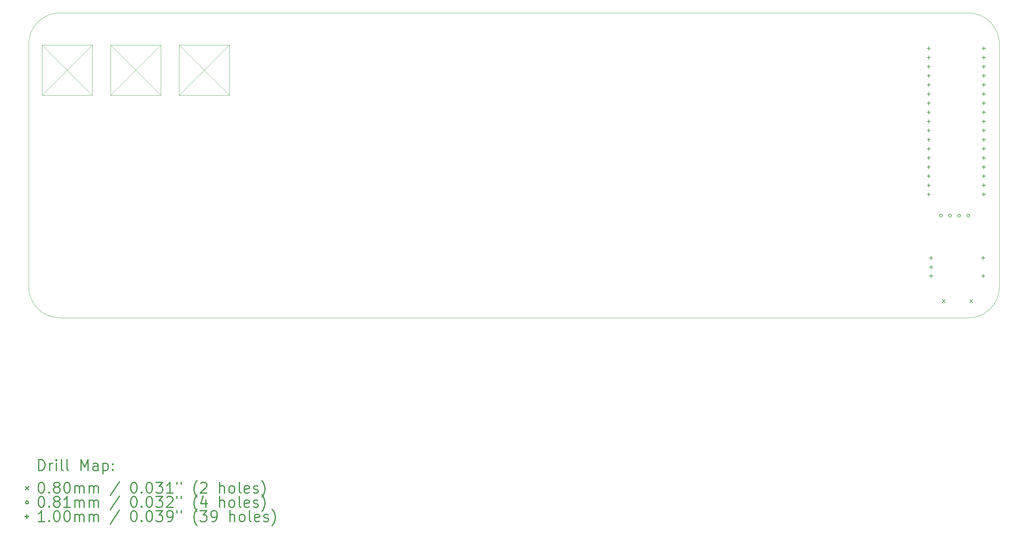
<source format=gbr>
%FSLAX45Y45*%
G04 Gerber Fmt 4.5, Leading zero omitted, Abs format (unit mm)*
G04 Created by KiCad (PCBNEW (5.1.5)-3) date 2021-12-21 21:47:54*
%MOMM*%
%LPD*%
G04 APERTURE LIST*
%TA.AperFunction,Profile*%
%ADD10C,0.050000*%
%TD*%
%ADD11C,0.200000*%
%ADD12C,0.300000*%
G04 APERTURE END LIST*
D10*
X5499099Y-4624731D02*
X6899099Y-4624731D01*
X6899099Y-3224731D02*
X5499099Y-4624731D01*
X5499099Y-3224731D02*
X5499099Y-4624731D01*
X6899099Y-3224731D02*
X5499099Y-3224731D01*
X6899099Y-4624731D02*
X6899099Y-3224731D01*
X5499099Y-3224731D02*
X6899099Y-4624731D01*
X3594099Y-4624731D02*
X4994099Y-4624731D01*
X4994099Y-3224731D02*
X3594099Y-4624731D01*
X3594099Y-3224731D02*
X3594099Y-4624731D01*
X4994099Y-3224731D02*
X3594099Y-3224731D01*
X4994099Y-4624731D02*
X4994099Y-3224731D01*
X3594099Y-3224731D02*
X4994099Y-4624731D01*
X1689099Y-3224731D02*
X3089099Y-4624731D01*
X3089099Y-3224731D02*
X1689099Y-4624731D01*
X1689099Y-4624731D02*
X3089099Y-4624731D01*
X1689099Y-3224731D02*
X1689099Y-4624731D01*
X3089099Y-3224731D02*
X1689099Y-3224731D01*
X3089099Y-4624731D02*
X3089099Y-3224731D01*
X14177850Y-2328075D02*
X4970350Y-2328075D01*
X27433475Y-2328075D02*
X24179100Y-2328075D01*
X1319100Y-3201200D02*
G75*
G02X2192225Y-2328075I873125J0D01*
G01*
X24179100Y-2328075D02*
X19734100Y-2328075D01*
X19734100Y-2328075D02*
X14177850Y-2328075D01*
X1319100Y-9948075D02*
X1319100Y-3201200D01*
X28306600Y-9948075D02*
X28306600Y-3201200D01*
X27433475Y-2328075D02*
G75*
G02X28306600Y-3201200I0J-873125D01*
G01*
X28306600Y-9948075D02*
G75*
G02X27433475Y-10821200I-873125J0D01*
G01*
X2192225Y-10821200D02*
G75*
G02X1319100Y-9948075I0J873125D01*
G01*
X2192225Y-10821200D02*
X27433475Y-10821200D01*
X4970350Y-2328075D02*
X2192225Y-2328075D01*
D11*
X26717200Y-10314475D02*
X26797200Y-10394475D01*
X26797200Y-10314475D02*
X26717200Y-10394475D01*
X27479200Y-10314475D02*
X27559200Y-10394475D01*
X27559200Y-10314475D02*
X27479200Y-10394475D01*
X26718465Y-7973225D02*
G75*
G03X26718465Y-7973225I-40640J0D01*
G01*
X26972465Y-7973225D02*
G75*
G03X26972465Y-7973225I-40640J0D01*
G01*
X27226465Y-7973225D02*
G75*
G03X27226465Y-7973225I-40640J0D01*
G01*
X27480465Y-7973225D02*
G75*
G03X27480465Y-7973225I-40640J0D01*
G01*
X26404075Y-9101975D02*
X26404075Y-9201975D01*
X26354075Y-9151975D02*
X26454075Y-9151975D01*
X26404075Y-9351975D02*
X26404075Y-9451975D01*
X26354075Y-9401975D02*
X26454075Y-9401975D01*
X26404075Y-9601975D02*
X26404075Y-9701975D01*
X26354075Y-9651975D02*
X26454075Y-9651975D01*
X27854075Y-9101975D02*
X27854075Y-9201975D01*
X27804075Y-9151975D02*
X27904075Y-9151975D01*
X27854075Y-9601975D02*
X27854075Y-9701975D01*
X27804075Y-9651975D02*
X27904075Y-9651975D01*
X26342850Y-3267925D02*
X26342850Y-3367925D01*
X26292850Y-3317925D02*
X26392850Y-3317925D01*
X26342850Y-3521925D02*
X26342850Y-3621925D01*
X26292850Y-3571925D02*
X26392850Y-3571925D01*
X26342850Y-3775925D02*
X26342850Y-3875925D01*
X26292850Y-3825925D02*
X26392850Y-3825925D01*
X26342850Y-4029925D02*
X26342850Y-4129925D01*
X26292850Y-4079925D02*
X26392850Y-4079925D01*
X26342850Y-4283925D02*
X26342850Y-4383925D01*
X26292850Y-4333925D02*
X26392850Y-4333925D01*
X26342850Y-4537925D02*
X26342850Y-4637925D01*
X26292850Y-4587925D02*
X26392850Y-4587925D01*
X26342850Y-4791925D02*
X26342850Y-4891925D01*
X26292850Y-4841925D02*
X26392850Y-4841925D01*
X26342850Y-5045925D02*
X26342850Y-5145925D01*
X26292850Y-5095925D02*
X26392850Y-5095925D01*
X26342850Y-5299925D02*
X26342850Y-5399925D01*
X26292850Y-5349925D02*
X26392850Y-5349925D01*
X26342850Y-5553925D02*
X26342850Y-5653925D01*
X26292850Y-5603925D02*
X26392850Y-5603925D01*
X26342850Y-5807925D02*
X26342850Y-5907925D01*
X26292850Y-5857925D02*
X26392850Y-5857925D01*
X26342850Y-6061925D02*
X26342850Y-6161925D01*
X26292850Y-6111925D02*
X26392850Y-6111925D01*
X26342850Y-6315925D02*
X26342850Y-6415925D01*
X26292850Y-6365925D02*
X26392850Y-6365925D01*
X26342850Y-6569925D02*
X26342850Y-6669925D01*
X26292850Y-6619925D02*
X26392850Y-6619925D01*
X26342850Y-6823925D02*
X26342850Y-6923925D01*
X26292850Y-6873925D02*
X26392850Y-6873925D01*
X26342850Y-7077925D02*
X26342850Y-7177925D01*
X26292850Y-7127925D02*
X26392850Y-7127925D01*
X26342850Y-7331925D02*
X26342850Y-7431925D01*
X26292850Y-7381925D02*
X26392850Y-7381925D01*
X27868450Y-3267925D02*
X27868450Y-3367925D01*
X27818450Y-3317925D02*
X27918450Y-3317925D01*
X27868450Y-3521925D02*
X27868450Y-3621925D01*
X27818450Y-3571925D02*
X27918450Y-3571925D01*
X27868450Y-3775925D02*
X27868450Y-3875925D01*
X27818450Y-3825925D02*
X27918450Y-3825925D01*
X27868450Y-4029925D02*
X27868450Y-4129925D01*
X27818450Y-4079925D02*
X27918450Y-4079925D01*
X27868450Y-4283925D02*
X27868450Y-4383925D01*
X27818450Y-4333925D02*
X27918450Y-4333925D01*
X27868450Y-4537925D02*
X27868450Y-4637925D01*
X27818450Y-4587925D02*
X27918450Y-4587925D01*
X27868450Y-4791925D02*
X27868450Y-4891925D01*
X27818450Y-4841925D02*
X27918450Y-4841925D01*
X27868450Y-5045925D02*
X27868450Y-5145925D01*
X27818450Y-5095925D02*
X27918450Y-5095925D01*
X27868450Y-5299925D02*
X27868450Y-5399925D01*
X27818450Y-5349925D02*
X27918450Y-5349925D01*
X27868450Y-5553925D02*
X27868450Y-5653925D01*
X27818450Y-5603925D02*
X27918450Y-5603925D01*
X27868450Y-5807925D02*
X27868450Y-5907925D01*
X27818450Y-5857925D02*
X27918450Y-5857925D01*
X27868450Y-6061925D02*
X27868450Y-6161925D01*
X27818450Y-6111925D02*
X27918450Y-6111925D01*
X27868450Y-6315925D02*
X27868450Y-6415925D01*
X27818450Y-6365925D02*
X27918450Y-6365925D01*
X27868450Y-6569925D02*
X27868450Y-6669925D01*
X27818450Y-6619925D02*
X27918450Y-6619925D01*
X27868450Y-6823925D02*
X27868450Y-6923925D01*
X27818450Y-6873925D02*
X27918450Y-6873925D01*
X27868450Y-7077925D02*
X27868450Y-7177925D01*
X27818450Y-7127925D02*
X27918450Y-7127925D01*
X27868450Y-7331925D02*
X27868450Y-7431925D01*
X27818450Y-7381925D02*
X27918450Y-7381925D01*
D12*
X1603028Y-15065514D02*
X1603028Y-14765514D01*
X1674457Y-14765514D01*
X1717314Y-14779800D01*
X1745886Y-14808371D01*
X1760171Y-14836943D01*
X1774457Y-14894086D01*
X1774457Y-14936943D01*
X1760171Y-14994086D01*
X1745886Y-15022657D01*
X1717314Y-15051229D01*
X1674457Y-15065514D01*
X1603028Y-15065514D01*
X1903028Y-15065514D02*
X1903028Y-14865514D01*
X1903028Y-14922657D02*
X1917314Y-14894086D01*
X1931600Y-14879800D01*
X1960171Y-14865514D01*
X1988743Y-14865514D01*
X2088743Y-15065514D02*
X2088743Y-14865514D01*
X2088743Y-14765514D02*
X2074457Y-14779800D01*
X2088743Y-14794086D01*
X2103028Y-14779800D01*
X2088743Y-14765514D01*
X2088743Y-14794086D01*
X2274457Y-15065514D02*
X2245886Y-15051229D01*
X2231600Y-15022657D01*
X2231600Y-14765514D01*
X2431600Y-15065514D02*
X2403028Y-15051229D01*
X2388743Y-15022657D01*
X2388743Y-14765514D01*
X2774457Y-15065514D02*
X2774457Y-14765514D01*
X2874457Y-14979800D01*
X2974457Y-14765514D01*
X2974457Y-15065514D01*
X3245886Y-15065514D02*
X3245886Y-14908371D01*
X3231600Y-14879800D01*
X3203028Y-14865514D01*
X3145886Y-14865514D01*
X3117314Y-14879800D01*
X3245886Y-15051229D02*
X3217314Y-15065514D01*
X3145886Y-15065514D01*
X3117314Y-15051229D01*
X3103028Y-15022657D01*
X3103028Y-14994086D01*
X3117314Y-14965514D01*
X3145886Y-14951229D01*
X3217314Y-14951229D01*
X3245886Y-14936943D01*
X3388743Y-14865514D02*
X3388743Y-15165514D01*
X3388743Y-14879800D02*
X3417314Y-14865514D01*
X3474457Y-14865514D01*
X3503028Y-14879800D01*
X3517314Y-14894086D01*
X3531600Y-14922657D01*
X3531600Y-15008371D01*
X3517314Y-15036943D01*
X3503028Y-15051229D01*
X3474457Y-15065514D01*
X3417314Y-15065514D01*
X3388743Y-15051229D01*
X3660171Y-15036943D02*
X3674457Y-15051229D01*
X3660171Y-15065514D01*
X3645886Y-15051229D01*
X3660171Y-15036943D01*
X3660171Y-15065514D01*
X3660171Y-14879800D02*
X3674457Y-14894086D01*
X3660171Y-14908371D01*
X3645886Y-14894086D01*
X3660171Y-14879800D01*
X3660171Y-14908371D01*
X1236600Y-15519800D02*
X1316600Y-15599800D01*
X1316600Y-15519800D02*
X1236600Y-15599800D01*
X1660171Y-15395514D02*
X1688743Y-15395514D01*
X1717314Y-15409800D01*
X1731600Y-15424086D01*
X1745886Y-15452657D01*
X1760171Y-15509800D01*
X1760171Y-15581229D01*
X1745886Y-15638371D01*
X1731600Y-15666943D01*
X1717314Y-15681229D01*
X1688743Y-15695514D01*
X1660171Y-15695514D01*
X1631600Y-15681229D01*
X1617314Y-15666943D01*
X1603028Y-15638371D01*
X1588743Y-15581229D01*
X1588743Y-15509800D01*
X1603028Y-15452657D01*
X1617314Y-15424086D01*
X1631600Y-15409800D01*
X1660171Y-15395514D01*
X1888743Y-15666943D02*
X1903028Y-15681229D01*
X1888743Y-15695514D01*
X1874457Y-15681229D01*
X1888743Y-15666943D01*
X1888743Y-15695514D01*
X2074457Y-15524086D02*
X2045886Y-15509800D01*
X2031600Y-15495514D01*
X2017314Y-15466943D01*
X2017314Y-15452657D01*
X2031600Y-15424086D01*
X2045886Y-15409800D01*
X2074457Y-15395514D01*
X2131600Y-15395514D01*
X2160171Y-15409800D01*
X2174457Y-15424086D01*
X2188743Y-15452657D01*
X2188743Y-15466943D01*
X2174457Y-15495514D01*
X2160171Y-15509800D01*
X2131600Y-15524086D01*
X2074457Y-15524086D01*
X2045886Y-15538371D01*
X2031600Y-15552657D01*
X2017314Y-15581229D01*
X2017314Y-15638371D01*
X2031600Y-15666943D01*
X2045886Y-15681229D01*
X2074457Y-15695514D01*
X2131600Y-15695514D01*
X2160171Y-15681229D01*
X2174457Y-15666943D01*
X2188743Y-15638371D01*
X2188743Y-15581229D01*
X2174457Y-15552657D01*
X2160171Y-15538371D01*
X2131600Y-15524086D01*
X2374457Y-15395514D02*
X2403028Y-15395514D01*
X2431600Y-15409800D01*
X2445886Y-15424086D01*
X2460171Y-15452657D01*
X2474457Y-15509800D01*
X2474457Y-15581229D01*
X2460171Y-15638371D01*
X2445886Y-15666943D01*
X2431600Y-15681229D01*
X2403028Y-15695514D01*
X2374457Y-15695514D01*
X2345886Y-15681229D01*
X2331600Y-15666943D01*
X2317314Y-15638371D01*
X2303028Y-15581229D01*
X2303028Y-15509800D01*
X2317314Y-15452657D01*
X2331600Y-15424086D01*
X2345886Y-15409800D01*
X2374457Y-15395514D01*
X2603028Y-15695514D02*
X2603028Y-15495514D01*
X2603028Y-15524086D02*
X2617314Y-15509800D01*
X2645886Y-15495514D01*
X2688743Y-15495514D01*
X2717314Y-15509800D01*
X2731600Y-15538371D01*
X2731600Y-15695514D01*
X2731600Y-15538371D02*
X2745886Y-15509800D01*
X2774457Y-15495514D01*
X2817314Y-15495514D01*
X2845886Y-15509800D01*
X2860171Y-15538371D01*
X2860171Y-15695514D01*
X3003028Y-15695514D02*
X3003028Y-15495514D01*
X3003028Y-15524086D02*
X3017314Y-15509800D01*
X3045886Y-15495514D01*
X3088743Y-15495514D01*
X3117314Y-15509800D01*
X3131600Y-15538371D01*
X3131600Y-15695514D01*
X3131600Y-15538371D02*
X3145886Y-15509800D01*
X3174457Y-15495514D01*
X3217314Y-15495514D01*
X3245886Y-15509800D01*
X3260171Y-15538371D01*
X3260171Y-15695514D01*
X3845886Y-15381229D02*
X3588743Y-15766943D01*
X4231600Y-15395514D02*
X4260171Y-15395514D01*
X4288743Y-15409800D01*
X4303028Y-15424086D01*
X4317314Y-15452657D01*
X4331600Y-15509800D01*
X4331600Y-15581229D01*
X4317314Y-15638371D01*
X4303028Y-15666943D01*
X4288743Y-15681229D01*
X4260171Y-15695514D01*
X4231600Y-15695514D01*
X4203028Y-15681229D01*
X4188743Y-15666943D01*
X4174457Y-15638371D01*
X4160171Y-15581229D01*
X4160171Y-15509800D01*
X4174457Y-15452657D01*
X4188743Y-15424086D01*
X4203028Y-15409800D01*
X4231600Y-15395514D01*
X4460171Y-15666943D02*
X4474457Y-15681229D01*
X4460171Y-15695514D01*
X4445886Y-15681229D01*
X4460171Y-15666943D01*
X4460171Y-15695514D01*
X4660171Y-15395514D02*
X4688743Y-15395514D01*
X4717314Y-15409800D01*
X4731600Y-15424086D01*
X4745886Y-15452657D01*
X4760171Y-15509800D01*
X4760171Y-15581229D01*
X4745886Y-15638371D01*
X4731600Y-15666943D01*
X4717314Y-15681229D01*
X4688743Y-15695514D01*
X4660171Y-15695514D01*
X4631600Y-15681229D01*
X4617314Y-15666943D01*
X4603028Y-15638371D01*
X4588743Y-15581229D01*
X4588743Y-15509800D01*
X4603028Y-15452657D01*
X4617314Y-15424086D01*
X4631600Y-15409800D01*
X4660171Y-15395514D01*
X4860171Y-15395514D02*
X5045886Y-15395514D01*
X4945886Y-15509800D01*
X4988743Y-15509800D01*
X5017314Y-15524086D01*
X5031600Y-15538371D01*
X5045886Y-15566943D01*
X5045886Y-15638371D01*
X5031600Y-15666943D01*
X5017314Y-15681229D01*
X4988743Y-15695514D01*
X4903028Y-15695514D01*
X4874457Y-15681229D01*
X4860171Y-15666943D01*
X5331600Y-15695514D02*
X5160171Y-15695514D01*
X5245886Y-15695514D02*
X5245886Y-15395514D01*
X5217314Y-15438371D01*
X5188743Y-15466943D01*
X5160171Y-15481229D01*
X5445886Y-15395514D02*
X5445886Y-15452657D01*
X5560171Y-15395514D02*
X5560171Y-15452657D01*
X6003028Y-15809800D02*
X5988743Y-15795514D01*
X5960171Y-15752657D01*
X5945886Y-15724086D01*
X5931600Y-15681229D01*
X5917314Y-15609800D01*
X5917314Y-15552657D01*
X5931600Y-15481229D01*
X5945886Y-15438371D01*
X5960171Y-15409800D01*
X5988743Y-15366943D01*
X6003028Y-15352657D01*
X6103028Y-15424086D02*
X6117314Y-15409800D01*
X6145886Y-15395514D01*
X6217314Y-15395514D01*
X6245886Y-15409800D01*
X6260171Y-15424086D01*
X6274457Y-15452657D01*
X6274457Y-15481229D01*
X6260171Y-15524086D01*
X6088743Y-15695514D01*
X6274457Y-15695514D01*
X6631600Y-15695514D02*
X6631600Y-15395514D01*
X6760171Y-15695514D02*
X6760171Y-15538371D01*
X6745886Y-15509800D01*
X6717314Y-15495514D01*
X6674457Y-15495514D01*
X6645886Y-15509800D01*
X6631600Y-15524086D01*
X6945886Y-15695514D02*
X6917314Y-15681229D01*
X6903028Y-15666943D01*
X6888743Y-15638371D01*
X6888743Y-15552657D01*
X6903028Y-15524086D01*
X6917314Y-15509800D01*
X6945886Y-15495514D01*
X6988743Y-15495514D01*
X7017314Y-15509800D01*
X7031600Y-15524086D01*
X7045886Y-15552657D01*
X7045886Y-15638371D01*
X7031600Y-15666943D01*
X7017314Y-15681229D01*
X6988743Y-15695514D01*
X6945886Y-15695514D01*
X7217314Y-15695514D02*
X7188743Y-15681229D01*
X7174457Y-15652657D01*
X7174457Y-15395514D01*
X7445886Y-15681229D02*
X7417314Y-15695514D01*
X7360171Y-15695514D01*
X7331600Y-15681229D01*
X7317314Y-15652657D01*
X7317314Y-15538371D01*
X7331600Y-15509800D01*
X7360171Y-15495514D01*
X7417314Y-15495514D01*
X7445886Y-15509800D01*
X7460171Y-15538371D01*
X7460171Y-15566943D01*
X7317314Y-15595514D01*
X7574457Y-15681229D02*
X7603028Y-15695514D01*
X7660171Y-15695514D01*
X7688743Y-15681229D01*
X7703028Y-15652657D01*
X7703028Y-15638371D01*
X7688743Y-15609800D01*
X7660171Y-15595514D01*
X7617314Y-15595514D01*
X7588743Y-15581229D01*
X7574457Y-15552657D01*
X7574457Y-15538371D01*
X7588743Y-15509800D01*
X7617314Y-15495514D01*
X7660171Y-15495514D01*
X7688743Y-15509800D01*
X7803028Y-15809800D02*
X7817314Y-15795514D01*
X7845886Y-15752657D01*
X7860171Y-15724086D01*
X7874457Y-15681229D01*
X7888743Y-15609800D01*
X7888743Y-15552657D01*
X7874457Y-15481229D01*
X7860171Y-15438371D01*
X7845886Y-15409800D01*
X7817314Y-15366943D01*
X7803028Y-15352657D01*
X1316600Y-15955800D02*
G75*
G03X1316600Y-15955800I-40640J0D01*
G01*
X1660171Y-15791514D02*
X1688743Y-15791514D01*
X1717314Y-15805800D01*
X1731600Y-15820086D01*
X1745886Y-15848657D01*
X1760171Y-15905800D01*
X1760171Y-15977229D01*
X1745886Y-16034371D01*
X1731600Y-16062943D01*
X1717314Y-16077229D01*
X1688743Y-16091514D01*
X1660171Y-16091514D01*
X1631600Y-16077229D01*
X1617314Y-16062943D01*
X1603028Y-16034371D01*
X1588743Y-15977229D01*
X1588743Y-15905800D01*
X1603028Y-15848657D01*
X1617314Y-15820086D01*
X1631600Y-15805800D01*
X1660171Y-15791514D01*
X1888743Y-16062943D02*
X1903028Y-16077229D01*
X1888743Y-16091514D01*
X1874457Y-16077229D01*
X1888743Y-16062943D01*
X1888743Y-16091514D01*
X2074457Y-15920086D02*
X2045886Y-15905800D01*
X2031600Y-15891514D01*
X2017314Y-15862943D01*
X2017314Y-15848657D01*
X2031600Y-15820086D01*
X2045886Y-15805800D01*
X2074457Y-15791514D01*
X2131600Y-15791514D01*
X2160171Y-15805800D01*
X2174457Y-15820086D01*
X2188743Y-15848657D01*
X2188743Y-15862943D01*
X2174457Y-15891514D01*
X2160171Y-15905800D01*
X2131600Y-15920086D01*
X2074457Y-15920086D01*
X2045886Y-15934371D01*
X2031600Y-15948657D01*
X2017314Y-15977229D01*
X2017314Y-16034371D01*
X2031600Y-16062943D01*
X2045886Y-16077229D01*
X2074457Y-16091514D01*
X2131600Y-16091514D01*
X2160171Y-16077229D01*
X2174457Y-16062943D01*
X2188743Y-16034371D01*
X2188743Y-15977229D01*
X2174457Y-15948657D01*
X2160171Y-15934371D01*
X2131600Y-15920086D01*
X2474457Y-16091514D02*
X2303028Y-16091514D01*
X2388743Y-16091514D02*
X2388743Y-15791514D01*
X2360171Y-15834371D01*
X2331600Y-15862943D01*
X2303028Y-15877229D01*
X2603028Y-16091514D02*
X2603028Y-15891514D01*
X2603028Y-15920086D02*
X2617314Y-15905800D01*
X2645886Y-15891514D01*
X2688743Y-15891514D01*
X2717314Y-15905800D01*
X2731600Y-15934371D01*
X2731600Y-16091514D01*
X2731600Y-15934371D02*
X2745886Y-15905800D01*
X2774457Y-15891514D01*
X2817314Y-15891514D01*
X2845886Y-15905800D01*
X2860171Y-15934371D01*
X2860171Y-16091514D01*
X3003028Y-16091514D02*
X3003028Y-15891514D01*
X3003028Y-15920086D02*
X3017314Y-15905800D01*
X3045886Y-15891514D01*
X3088743Y-15891514D01*
X3117314Y-15905800D01*
X3131600Y-15934371D01*
X3131600Y-16091514D01*
X3131600Y-15934371D02*
X3145886Y-15905800D01*
X3174457Y-15891514D01*
X3217314Y-15891514D01*
X3245886Y-15905800D01*
X3260171Y-15934371D01*
X3260171Y-16091514D01*
X3845886Y-15777229D02*
X3588743Y-16162943D01*
X4231600Y-15791514D02*
X4260171Y-15791514D01*
X4288743Y-15805800D01*
X4303028Y-15820086D01*
X4317314Y-15848657D01*
X4331600Y-15905800D01*
X4331600Y-15977229D01*
X4317314Y-16034371D01*
X4303028Y-16062943D01*
X4288743Y-16077229D01*
X4260171Y-16091514D01*
X4231600Y-16091514D01*
X4203028Y-16077229D01*
X4188743Y-16062943D01*
X4174457Y-16034371D01*
X4160171Y-15977229D01*
X4160171Y-15905800D01*
X4174457Y-15848657D01*
X4188743Y-15820086D01*
X4203028Y-15805800D01*
X4231600Y-15791514D01*
X4460171Y-16062943D02*
X4474457Y-16077229D01*
X4460171Y-16091514D01*
X4445886Y-16077229D01*
X4460171Y-16062943D01*
X4460171Y-16091514D01*
X4660171Y-15791514D02*
X4688743Y-15791514D01*
X4717314Y-15805800D01*
X4731600Y-15820086D01*
X4745886Y-15848657D01*
X4760171Y-15905800D01*
X4760171Y-15977229D01*
X4745886Y-16034371D01*
X4731600Y-16062943D01*
X4717314Y-16077229D01*
X4688743Y-16091514D01*
X4660171Y-16091514D01*
X4631600Y-16077229D01*
X4617314Y-16062943D01*
X4603028Y-16034371D01*
X4588743Y-15977229D01*
X4588743Y-15905800D01*
X4603028Y-15848657D01*
X4617314Y-15820086D01*
X4631600Y-15805800D01*
X4660171Y-15791514D01*
X4860171Y-15791514D02*
X5045886Y-15791514D01*
X4945886Y-15905800D01*
X4988743Y-15905800D01*
X5017314Y-15920086D01*
X5031600Y-15934371D01*
X5045886Y-15962943D01*
X5045886Y-16034371D01*
X5031600Y-16062943D01*
X5017314Y-16077229D01*
X4988743Y-16091514D01*
X4903028Y-16091514D01*
X4874457Y-16077229D01*
X4860171Y-16062943D01*
X5160171Y-15820086D02*
X5174457Y-15805800D01*
X5203028Y-15791514D01*
X5274457Y-15791514D01*
X5303028Y-15805800D01*
X5317314Y-15820086D01*
X5331600Y-15848657D01*
X5331600Y-15877229D01*
X5317314Y-15920086D01*
X5145886Y-16091514D01*
X5331600Y-16091514D01*
X5445886Y-15791514D02*
X5445886Y-15848657D01*
X5560171Y-15791514D02*
X5560171Y-15848657D01*
X6003028Y-16205800D02*
X5988743Y-16191514D01*
X5960171Y-16148657D01*
X5945886Y-16120086D01*
X5931600Y-16077229D01*
X5917314Y-16005800D01*
X5917314Y-15948657D01*
X5931600Y-15877229D01*
X5945886Y-15834371D01*
X5960171Y-15805800D01*
X5988743Y-15762943D01*
X6003028Y-15748657D01*
X6245886Y-15891514D02*
X6245886Y-16091514D01*
X6174457Y-15777229D02*
X6103028Y-15991514D01*
X6288743Y-15991514D01*
X6631600Y-16091514D02*
X6631600Y-15791514D01*
X6760171Y-16091514D02*
X6760171Y-15934371D01*
X6745886Y-15905800D01*
X6717314Y-15891514D01*
X6674457Y-15891514D01*
X6645886Y-15905800D01*
X6631600Y-15920086D01*
X6945886Y-16091514D02*
X6917314Y-16077229D01*
X6903028Y-16062943D01*
X6888743Y-16034371D01*
X6888743Y-15948657D01*
X6903028Y-15920086D01*
X6917314Y-15905800D01*
X6945886Y-15891514D01*
X6988743Y-15891514D01*
X7017314Y-15905800D01*
X7031600Y-15920086D01*
X7045886Y-15948657D01*
X7045886Y-16034371D01*
X7031600Y-16062943D01*
X7017314Y-16077229D01*
X6988743Y-16091514D01*
X6945886Y-16091514D01*
X7217314Y-16091514D02*
X7188743Y-16077229D01*
X7174457Y-16048657D01*
X7174457Y-15791514D01*
X7445886Y-16077229D02*
X7417314Y-16091514D01*
X7360171Y-16091514D01*
X7331600Y-16077229D01*
X7317314Y-16048657D01*
X7317314Y-15934371D01*
X7331600Y-15905800D01*
X7360171Y-15891514D01*
X7417314Y-15891514D01*
X7445886Y-15905800D01*
X7460171Y-15934371D01*
X7460171Y-15962943D01*
X7317314Y-15991514D01*
X7574457Y-16077229D02*
X7603028Y-16091514D01*
X7660171Y-16091514D01*
X7688743Y-16077229D01*
X7703028Y-16048657D01*
X7703028Y-16034371D01*
X7688743Y-16005800D01*
X7660171Y-15991514D01*
X7617314Y-15991514D01*
X7588743Y-15977229D01*
X7574457Y-15948657D01*
X7574457Y-15934371D01*
X7588743Y-15905800D01*
X7617314Y-15891514D01*
X7660171Y-15891514D01*
X7688743Y-15905800D01*
X7803028Y-16205800D02*
X7817314Y-16191514D01*
X7845886Y-16148657D01*
X7860171Y-16120086D01*
X7874457Y-16077229D01*
X7888743Y-16005800D01*
X7888743Y-15948657D01*
X7874457Y-15877229D01*
X7860171Y-15834371D01*
X7845886Y-15805800D01*
X7817314Y-15762943D01*
X7803028Y-15748657D01*
X1266600Y-16301800D02*
X1266600Y-16401800D01*
X1216600Y-16351800D02*
X1316600Y-16351800D01*
X1760171Y-16487514D02*
X1588743Y-16487514D01*
X1674457Y-16487514D02*
X1674457Y-16187514D01*
X1645886Y-16230371D01*
X1617314Y-16258943D01*
X1588743Y-16273229D01*
X1888743Y-16458943D02*
X1903028Y-16473229D01*
X1888743Y-16487514D01*
X1874457Y-16473229D01*
X1888743Y-16458943D01*
X1888743Y-16487514D01*
X2088743Y-16187514D02*
X2117314Y-16187514D01*
X2145886Y-16201800D01*
X2160171Y-16216086D01*
X2174457Y-16244657D01*
X2188743Y-16301800D01*
X2188743Y-16373229D01*
X2174457Y-16430371D01*
X2160171Y-16458943D01*
X2145886Y-16473229D01*
X2117314Y-16487514D01*
X2088743Y-16487514D01*
X2060171Y-16473229D01*
X2045886Y-16458943D01*
X2031600Y-16430371D01*
X2017314Y-16373229D01*
X2017314Y-16301800D01*
X2031600Y-16244657D01*
X2045886Y-16216086D01*
X2060171Y-16201800D01*
X2088743Y-16187514D01*
X2374457Y-16187514D02*
X2403028Y-16187514D01*
X2431600Y-16201800D01*
X2445886Y-16216086D01*
X2460171Y-16244657D01*
X2474457Y-16301800D01*
X2474457Y-16373229D01*
X2460171Y-16430371D01*
X2445886Y-16458943D01*
X2431600Y-16473229D01*
X2403028Y-16487514D01*
X2374457Y-16487514D01*
X2345886Y-16473229D01*
X2331600Y-16458943D01*
X2317314Y-16430371D01*
X2303028Y-16373229D01*
X2303028Y-16301800D01*
X2317314Y-16244657D01*
X2331600Y-16216086D01*
X2345886Y-16201800D01*
X2374457Y-16187514D01*
X2603028Y-16487514D02*
X2603028Y-16287514D01*
X2603028Y-16316086D02*
X2617314Y-16301800D01*
X2645886Y-16287514D01*
X2688743Y-16287514D01*
X2717314Y-16301800D01*
X2731600Y-16330371D01*
X2731600Y-16487514D01*
X2731600Y-16330371D02*
X2745886Y-16301800D01*
X2774457Y-16287514D01*
X2817314Y-16287514D01*
X2845886Y-16301800D01*
X2860171Y-16330371D01*
X2860171Y-16487514D01*
X3003028Y-16487514D02*
X3003028Y-16287514D01*
X3003028Y-16316086D02*
X3017314Y-16301800D01*
X3045886Y-16287514D01*
X3088743Y-16287514D01*
X3117314Y-16301800D01*
X3131600Y-16330371D01*
X3131600Y-16487514D01*
X3131600Y-16330371D02*
X3145886Y-16301800D01*
X3174457Y-16287514D01*
X3217314Y-16287514D01*
X3245886Y-16301800D01*
X3260171Y-16330371D01*
X3260171Y-16487514D01*
X3845886Y-16173229D02*
X3588743Y-16558943D01*
X4231600Y-16187514D02*
X4260171Y-16187514D01*
X4288743Y-16201800D01*
X4303028Y-16216086D01*
X4317314Y-16244657D01*
X4331600Y-16301800D01*
X4331600Y-16373229D01*
X4317314Y-16430371D01*
X4303028Y-16458943D01*
X4288743Y-16473229D01*
X4260171Y-16487514D01*
X4231600Y-16487514D01*
X4203028Y-16473229D01*
X4188743Y-16458943D01*
X4174457Y-16430371D01*
X4160171Y-16373229D01*
X4160171Y-16301800D01*
X4174457Y-16244657D01*
X4188743Y-16216086D01*
X4203028Y-16201800D01*
X4231600Y-16187514D01*
X4460171Y-16458943D02*
X4474457Y-16473229D01*
X4460171Y-16487514D01*
X4445886Y-16473229D01*
X4460171Y-16458943D01*
X4460171Y-16487514D01*
X4660171Y-16187514D02*
X4688743Y-16187514D01*
X4717314Y-16201800D01*
X4731600Y-16216086D01*
X4745886Y-16244657D01*
X4760171Y-16301800D01*
X4760171Y-16373229D01*
X4745886Y-16430371D01*
X4731600Y-16458943D01*
X4717314Y-16473229D01*
X4688743Y-16487514D01*
X4660171Y-16487514D01*
X4631600Y-16473229D01*
X4617314Y-16458943D01*
X4603028Y-16430371D01*
X4588743Y-16373229D01*
X4588743Y-16301800D01*
X4603028Y-16244657D01*
X4617314Y-16216086D01*
X4631600Y-16201800D01*
X4660171Y-16187514D01*
X4860171Y-16187514D02*
X5045886Y-16187514D01*
X4945886Y-16301800D01*
X4988743Y-16301800D01*
X5017314Y-16316086D01*
X5031600Y-16330371D01*
X5045886Y-16358943D01*
X5045886Y-16430371D01*
X5031600Y-16458943D01*
X5017314Y-16473229D01*
X4988743Y-16487514D01*
X4903028Y-16487514D01*
X4874457Y-16473229D01*
X4860171Y-16458943D01*
X5188743Y-16487514D02*
X5245886Y-16487514D01*
X5274457Y-16473229D01*
X5288743Y-16458943D01*
X5317314Y-16416086D01*
X5331600Y-16358943D01*
X5331600Y-16244657D01*
X5317314Y-16216086D01*
X5303028Y-16201800D01*
X5274457Y-16187514D01*
X5217314Y-16187514D01*
X5188743Y-16201800D01*
X5174457Y-16216086D01*
X5160171Y-16244657D01*
X5160171Y-16316086D01*
X5174457Y-16344657D01*
X5188743Y-16358943D01*
X5217314Y-16373229D01*
X5274457Y-16373229D01*
X5303028Y-16358943D01*
X5317314Y-16344657D01*
X5331600Y-16316086D01*
X5445886Y-16187514D02*
X5445886Y-16244657D01*
X5560171Y-16187514D02*
X5560171Y-16244657D01*
X6003028Y-16601800D02*
X5988743Y-16587514D01*
X5960171Y-16544657D01*
X5945886Y-16516086D01*
X5931600Y-16473229D01*
X5917314Y-16401800D01*
X5917314Y-16344657D01*
X5931600Y-16273229D01*
X5945886Y-16230371D01*
X5960171Y-16201800D01*
X5988743Y-16158943D01*
X6003028Y-16144657D01*
X6088743Y-16187514D02*
X6274457Y-16187514D01*
X6174457Y-16301800D01*
X6217314Y-16301800D01*
X6245886Y-16316086D01*
X6260171Y-16330371D01*
X6274457Y-16358943D01*
X6274457Y-16430371D01*
X6260171Y-16458943D01*
X6245886Y-16473229D01*
X6217314Y-16487514D01*
X6131600Y-16487514D01*
X6103028Y-16473229D01*
X6088743Y-16458943D01*
X6417314Y-16487514D02*
X6474457Y-16487514D01*
X6503028Y-16473229D01*
X6517314Y-16458943D01*
X6545886Y-16416086D01*
X6560171Y-16358943D01*
X6560171Y-16244657D01*
X6545886Y-16216086D01*
X6531600Y-16201800D01*
X6503028Y-16187514D01*
X6445886Y-16187514D01*
X6417314Y-16201800D01*
X6403028Y-16216086D01*
X6388743Y-16244657D01*
X6388743Y-16316086D01*
X6403028Y-16344657D01*
X6417314Y-16358943D01*
X6445886Y-16373229D01*
X6503028Y-16373229D01*
X6531600Y-16358943D01*
X6545886Y-16344657D01*
X6560171Y-16316086D01*
X6917314Y-16487514D02*
X6917314Y-16187514D01*
X7045886Y-16487514D02*
X7045886Y-16330371D01*
X7031600Y-16301800D01*
X7003028Y-16287514D01*
X6960171Y-16287514D01*
X6931600Y-16301800D01*
X6917314Y-16316086D01*
X7231600Y-16487514D02*
X7203028Y-16473229D01*
X7188743Y-16458943D01*
X7174457Y-16430371D01*
X7174457Y-16344657D01*
X7188743Y-16316086D01*
X7203028Y-16301800D01*
X7231600Y-16287514D01*
X7274457Y-16287514D01*
X7303028Y-16301800D01*
X7317314Y-16316086D01*
X7331600Y-16344657D01*
X7331600Y-16430371D01*
X7317314Y-16458943D01*
X7303028Y-16473229D01*
X7274457Y-16487514D01*
X7231600Y-16487514D01*
X7503028Y-16487514D02*
X7474457Y-16473229D01*
X7460171Y-16444657D01*
X7460171Y-16187514D01*
X7731600Y-16473229D02*
X7703028Y-16487514D01*
X7645886Y-16487514D01*
X7617314Y-16473229D01*
X7603028Y-16444657D01*
X7603028Y-16330371D01*
X7617314Y-16301800D01*
X7645886Y-16287514D01*
X7703028Y-16287514D01*
X7731600Y-16301800D01*
X7745886Y-16330371D01*
X7745886Y-16358943D01*
X7603028Y-16387514D01*
X7860171Y-16473229D02*
X7888743Y-16487514D01*
X7945886Y-16487514D01*
X7974457Y-16473229D01*
X7988743Y-16444657D01*
X7988743Y-16430371D01*
X7974457Y-16401800D01*
X7945886Y-16387514D01*
X7903028Y-16387514D01*
X7874457Y-16373229D01*
X7860171Y-16344657D01*
X7860171Y-16330371D01*
X7874457Y-16301800D01*
X7903028Y-16287514D01*
X7945886Y-16287514D01*
X7974457Y-16301800D01*
X8088743Y-16601800D02*
X8103028Y-16587514D01*
X8131600Y-16544657D01*
X8145886Y-16516086D01*
X8160171Y-16473229D01*
X8174457Y-16401800D01*
X8174457Y-16344657D01*
X8160171Y-16273229D01*
X8145886Y-16230371D01*
X8131600Y-16201800D01*
X8103028Y-16158943D01*
X8088743Y-16144657D01*
M02*

</source>
